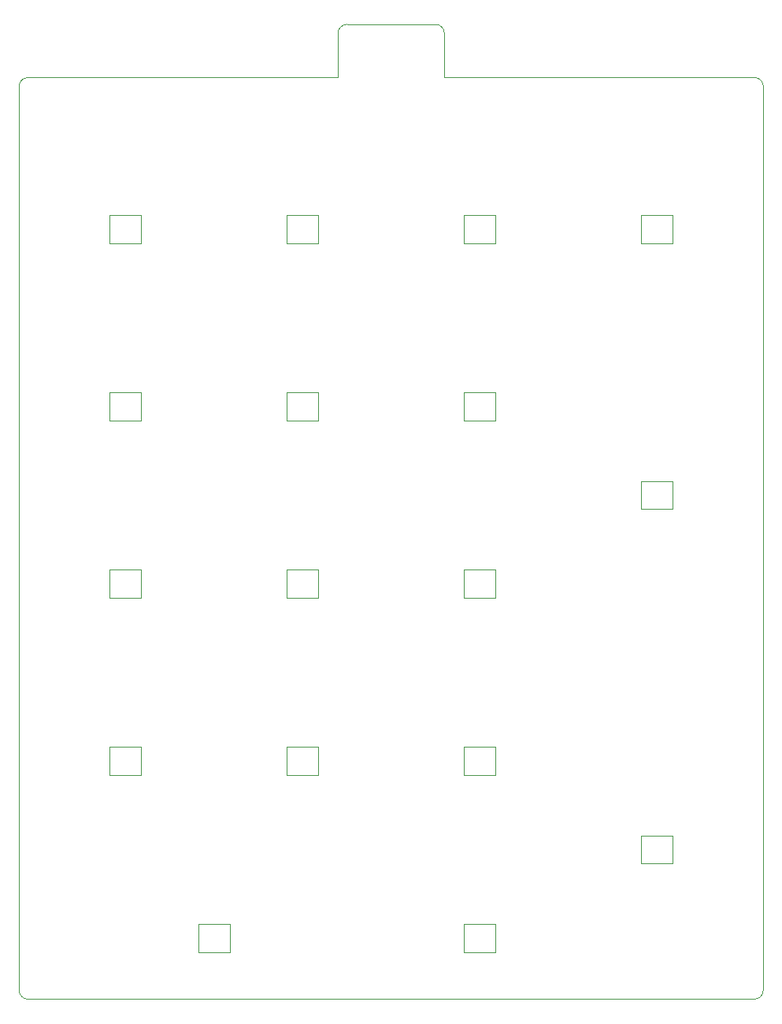
<source format=gm1>
G04 #@! TF.GenerationSoftware,KiCad,Pcbnew,(6.0.1)*
G04 #@! TF.CreationDate,2022-02-22T23:39:04+09:00*
G04 #@! TF.ProjectId,SkeletonNumPad,536b656c-6574-46f6-9e4e-756d5061642e,rev?*
G04 #@! TF.SameCoordinates,Original*
G04 #@! TF.FileFunction,Profile,NP*
%FSLAX46Y46*%
G04 Gerber Fmt 4.6, Leading zero omitted, Abs format (unit mm)*
G04 Created by KiCad (PCBNEW (6.0.1)) date 2022-02-22 23:39:04*
%MOMM*%
%LPD*%
G01*
G04 APERTURE LIST*
G04 #@! TA.AperFunction,Profile*
%ADD10C,0.100000*%
G04 #@! TD*
G04 #@! TA.AperFunction,Profile*
%ADD11C,0.120000*%
G04 #@! TD*
G04 APERTURE END LIST*
D10*
X127635000Y-31432500D02*
X127635000Y-36195000D01*
X138112500Y-30480000D02*
X128587500Y-30480000D01*
X127635000Y-36195000D02*
X94297500Y-36195000D01*
X172402500Y-36195000D02*
X139065000Y-36195000D01*
X173355000Y-37147500D02*
G75*
G03*
X172402500Y-36195000I-952501J-1D01*
G01*
X128587500Y-30480000D02*
G75*
G03*
X127635000Y-31432500I1J-952501D01*
G01*
X94297500Y-135255000D02*
X172402500Y-135255000D01*
X173355000Y-134302500D02*
X173355000Y-37147500D01*
X172402500Y-135255000D02*
G75*
G03*
X173355000Y-134302500I-1J952501D01*
G01*
X94297500Y-36195000D02*
G75*
G03*
X93345000Y-37147500I1J-952501D01*
G01*
X139065000Y-36195000D02*
X139065000Y-31432500D01*
X93345000Y-37147500D02*
X93345000Y-134302500D01*
X93345000Y-134302500D02*
G75*
G03*
X94297500Y-135255000I952501J1D01*
G01*
X139065000Y-31432500D02*
G75*
G03*
X138112500Y-30480000I-952501J-1D01*
G01*
D11*
X106475000Y-70050000D02*
X106475000Y-73050000D01*
X103075000Y-73050000D02*
X103075000Y-70050000D01*
X106475000Y-73050000D02*
X103075000Y-73050000D01*
X103075000Y-70050000D02*
X106475000Y-70050000D01*
X116000000Y-127200000D02*
X116000000Y-130200000D01*
X112600000Y-130200000D02*
X112600000Y-127200000D01*
X112600000Y-127200000D02*
X116000000Y-127200000D01*
X116000000Y-130200000D02*
X112600000Y-130200000D01*
X144575000Y-127200000D02*
X144575000Y-130200000D01*
X144575000Y-130200000D02*
X141175000Y-130200000D01*
X141175000Y-127200000D02*
X144575000Y-127200000D01*
X141175000Y-130200000D02*
X141175000Y-127200000D01*
X144575000Y-89100000D02*
X144575000Y-92100000D01*
X141175000Y-92100000D02*
X141175000Y-89100000D01*
X141175000Y-89100000D02*
X144575000Y-89100000D01*
X144575000Y-92100000D02*
X141175000Y-92100000D01*
X103075000Y-54000000D02*
X103075000Y-51000000D01*
X103075000Y-51000000D02*
X106475000Y-51000000D01*
X106475000Y-54000000D02*
X103075000Y-54000000D01*
X106475000Y-51000000D02*
X106475000Y-54000000D01*
X141175000Y-51000000D02*
X144575000Y-51000000D01*
X144575000Y-54000000D02*
X141175000Y-54000000D01*
X141175000Y-54000000D02*
X141175000Y-51000000D01*
X144575000Y-51000000D02*
X144575000Y-54000000D01*
X160225000Y-54000000D02*
X160225000Y-51000000D01*
X160225000Y-51000000D02*
X163625000Y-51000000D01*
X163625000Y-51000000D02*
X163625000Y-54000000D01*
X163625000Y-54000000D02*
X160225000Y-54000000D01*
X163625000Y-120675000D02*
X160225000Y-120675000D01*
X163625000Y-117675000D02*
X163625000Y-120675000D01*
X160225000Y-120675000D02*
X160225000Y-117675000D01*
X160225000Y-117675000D02*
X163625000Y-117675000D01*
X141175000Y-108150000D02*
X144575000Y-108150000D01*
X144575000Y-111150000D02*
X141175000Y-111150000D01*
X144575000Y-108150000D02*
X144575000Y-111150000D01*
X141175000Y-111150000D02*
X141175000Y-108150000D01*
X106475000Y-89100000D02*
X106475000Y-92100000D01*
X103075000Y-89100000D02*
X106475000Y-89100000D01*
X103075000Y-92100000D02*
X103075000Y-89100000D01*
X106475000Y-92100000D02*
X103075000Y-92100000D01*
X122125000Y-111150000D02*
X122125000Y-108150000D01*
X125525000Y-108150000D02*
X125525000Y-111150000D01*
X122125000Y-108150000D02*
X125525000Y-108150000D01*
X125525000Y-111150000D02*
X122125000Y-111150000D01*
X163625000Y-82575000D02*
X160225000Y-82575000D01*
X163625000Y-79575000D02*
X163625000Y-82575000D01*
X160225000Y-79575000D02*
X163625000Y-79575000D01*
X160225000Y-82575000D02*
X160225000Y-79575000D01*
X122125000Y-51000000D02*
X125525000Y-51000000D01*
X125525000Y-54000000D02*
X122125000Y-54000000D01*
X125525000Y-51000000D02*
X125525000Y-54000000D01*
X122125000Y-54000000D02*
X122125000Y-51000000D01*
X122125000Y-73050000D02*
X122125000Y-70050000D01*
X122125000Y-70050000D02*
X125525000Y-70050000D01*
X125525000Y-70050000D02*
X125525000Y-73050000D01*
X125525000Y-73050000D02*
X122125000Y-73050000D01*
X103075000Y-111150000D02*
X103075000Y-108150000D01*
X106475000Y-111150000D02*
X103075000Y-111150000D01*
X106475000Y-108150000D02*
X106475000Y-111150000D01*
X103075000Y-108150000D02*
X106475000Y-108150000D01*
X122125000Y-92100000D02*
X122125000Y-89100000D01*
X122125000Y-89100000D02*
X125525000Y-89100000D01*
X125525000Y-92100000D02*
X122125000Y-92100000D01*
X125525000Y-89100000D02*
X125525000Y-92100000D01*
X141175000Y-70050000D02*
X144575000Y-70050000D01*
X141175000Y-73050000D02*
X141175000Y-70050000D01*
X144575000Y-73050000D02*
X141175000Y-73050000D01*
X144575000Y-70050000D02*
X144575000Y-73050000D01*
M02*

</source>
